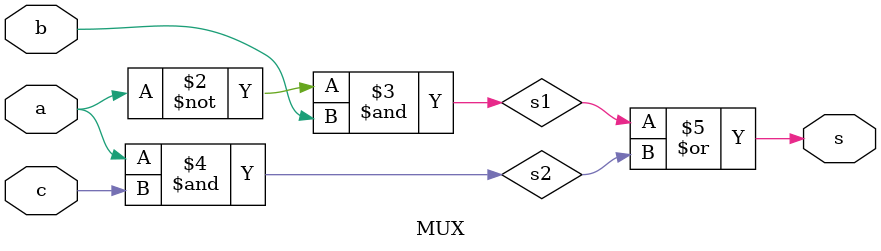
<source format=v>
/*
	R_0102b.v
	842536 - Mateus Henrique Medeiros Diniz
*/

module R0102a;
	wire s1, s2;
	reg a, b, c;
	
	MUX mux1 (s1, a, ~a, b); 
	MUX mux2 (s2, c, ~c, s1);
	
	initial
	begin: main
		integer i;
		
		$display("a b c | s");	
		
		a = 0;
		b = 0;
		c = 0;
		
		$monitor("%b %b %b | %b", a, b, c, s2);
		
		for(i = 1; i <= 7; i++) begin
			#1
			
			c = ~c;
			
			if(i % 2 == 0)
				b = ~b;
				
			if(i % 4 == 0)
				a = ~a;
		end
	end
endmodule

module MUX (output s, input a, b, c);
	wire s1, s2;
	
	and (s1, ~a, b);
	and (s2, a, c);
	
	assign s = s1 | s2;
endmodule

</source>
